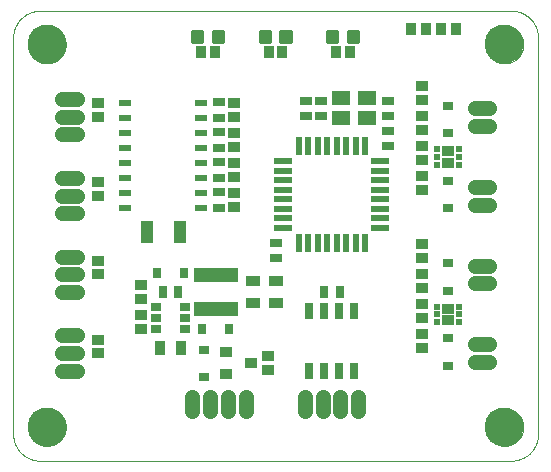
<source format=gts>
G75*
%MOIN*%
%OFA0B0*%
%FSLAX25Y25*%
%IPPOS*%
%LPD*%
%AMOC8*
5,1,8,0,0,1.08239X$1,22.5*
%
%ADD10C,0.00000*%
%ADD11C,0.12998*%
%ADD12R,0.03943X0.03746*%
%ADD13R,0.14967X0.05124*%
%ADD14R,0.03156X0.03943*%
%ADD15R,0.03550X0.05124*%
%ADD16R,0.05124X0.03550*%
%ADD17R,0.02880X0.03668*%
%ADD18C,0.01301*%
%ADD19R,0.03746X0.03943*%
%ADD20R,0.02900X0.05400*%
%ADD21R,0.03550X0.02880*%
%ADD22R,0.03943X0.03550*%
%ADD23R,0.03668X0.02880*%
%ADD24R,0.04337X0.03550*%
%ADD25R,0.02054X0.02054*%
%ADD26C,0.05156*%
%ADD27R,0.03600X0.03900*%
%ADD28R,0.02369X0.06109*%
%ADD29R,0.06109X0.02369*%
%ADD30R,0.03943X0.03156*%
%ADD31R,0.05912X0.05124*%
%ADD32R,0.04337X0.02369*%
%ADD33R,0.04337X0.07487*%
D10*
X0079000Y0097500D02*
X0236000Y0097500D01*
X0236217Y0097503D01*
X0236435Y0097511D01*
X0236652Y0097524D01*
X0236869Y0097542D01*
X0237085Y0097566D01*
X0237300Y0097594D01*
X0237515Y0097628D01*
X0237729Y0097668D01*
X0237942Y0097712D01*
X0238154Y0097762D01*
X0238364Y0097816D01*
X0238574Y0097876D01*
X0238781Y0097940D01*
X0238987Y0098010D01*
X0239191Y0098085D01*
X0239394Y0098164D01*
X0239594Y0098249D01*
X0239793Y0098338D01*
X0239989Y0098432D01*
X0240183Y0098531D01*
X0240374Y0098634D01*
X0240563Y0098742D01*
X0240749Y0098855D01*
X0240932Y0098972D01*
X0241113Y0099093D01*
X0241290Y0099219D01*
X0241464Y0099349D01*
X0241636Y0099483D01*
X0241804Y0099621D01*
X0241968Y0099763D01*
X0242129Y0099910D01*
X0242287Y0100060D01*
X0242440Y0100213D01*
X0242590Y0100371D01*
X0242737Y0100532D01*
X0242879Y0100696D01*
X0243017Y0100864D01*
X0243151Y0101036D01*
X0243281Y0101210D01*
X0243407Y0101387D01*
X0243528Y0101568D01*
X0243645Y0101751D01*
X0243758Y0101937D01*
X0243866Y0102126D01*
X0243969Y0102317D01*
X0244068Y0102511D01*
X0244162Y0102707D01*
X0244251Y0102906D01*
X0244336Y0103106D01*
X0244415Y0103309D01*
X0244490Y0103513D01*
X0244560Y0103719D01*
X0244624Y0103926D01*
X0244684Y0104136D01*
X0244738Y0104346D01*
X0244788Y0104558D01*
X0244832Y0104771D01*
X0244872Y0104985D01*
X0244906Y0105200D01*
X0244934Y0105415D01*
X0244958Y0105631D01*
X0244976Y0105848D01*
X0244989Y0106065D01*
X0244997Y0106283D01*
X0245000Y0106500D01*
X0245000Y0238500D01*
X0244997Y0238717D01*
X0244989Y0238935D01*
X0244976Y0239152D01*
X0244958Y0239369D01*
X0244934Y0239585D01*
X0244906Y0239800D01*
X0244872Y0240015D01*
X0244832Y0240229D01*
X0244788Y0240442D01*
X0244738Y0240654D01*
X0244684Y0240864D01*
X0244624Y0241074D01*
X0244560Y0241281D01*
X0244490Y0241487D01*
X0244415Y0241691D01*
X0244336Y0241894D01*
X0244251Y0242094D01*
X0244162Y0242293D01*
X0244068Y0242489D01*
X0243969Y0242683D01*
X0243866Y0242874D01*
X0243758Y0243063D01*
X0243645Y0243249D01*
X0243528Y0243432D01*
X0243407Y0243613D01*
X0243281Y0243790D01*
X0243151Y0243964D01*
X0243017Y0244136D01*
X0242879Y0244304D01*
X0242737Y0244468D01*
X0242590Y0244629D01*
X0242440Y0244787D01*
X0242287Y0244940D01*
X0242129Y0245090D01*
X0241968Y0245237D01*
X0241804Y0245379D01*
X0241636Y0245517D01*
X0241464Y0245651D01*
X0241290Y0245781D01*
X0241113Y0245907D01*
X0240932Y0246028D01*
X0240749Y0246145D01*
X0240563Y0246258D01*
X0240374Y0246366D01*
X0240183Y0246469D01*
X0239989Y0246568D01*
X0239793Y0246662D01*
X0239594Y0246751D01*
X0239394Y0246836D01*
X0239191Y0246915D01*
X0238987Y0246990D01*
X0238781Y0247060D01*
X0238574Y0247124D01*
X0238364Y0247184D01*
X0238154Y0247238D01*
X0237942Y0247288D01*
X0237729Y0247332D01*
X0237515Y0247372D01*
X0237300Y0247406D01*
X0237085Y0247434D01*
X0236869Y0247458D01*
X0236652Y0247476D01*
X0236435Y0247489D01*
X0236217Y0247497D01*
X0236000Y0247500D01*
X0079000Y0247500D01*
X0078783Y0247497D01*
X0078565Y0247489D01*
X0078348Y0247476D01*
X0078131Y0247458D01*
X0077915Y0247434D01*
X0077700Y0247406D01*
X0077485Y0247372D01*
X0077271Y0247332D01*
X0077058Y0247288D01*
X0076846Y0247238D01*
X0076636Y0247184D01*
X0076426Y0247124D01*
X0076219Y0247060D01*
X0076013Y0246990D01*
X0075809Y0246915D01*
X0075606Y0246836D01*
X0075406Y0246751D01*
X0075207Y0246662D01*
X0075011Y0246568D01*
X0074817Y0246469D01*
X0074626Y0246366D01*
X0074437Y0246258D01*
X0074251Y0246145D01*
X0074068Y0246028D01*
X0073887Y0245907D01*
X0073710Y0245781D01*
X0073536Y0245651D01*
X0073364Y0245517D01*
X0073196Y0245379D01*
X0073032Y0245237D01*
X0072871Y0245090D01*
X0072713Y0244940D01*
X0072560Y0244787D01*
X0072410Y0244629D01*
X0072263Y0244468D01*
X0072121Y0244304D01*
X0071983Y0244136D01*
X0071849Y0243964D01*
X0071719Y0243790D01*
X0071593Y0243613D01*
X0071472Y0243432D01*
X0071355Y0243249D01*
X0071242Y0243063D01*
X0071134Y0242874D01*
X0071031Y0242683D01*
X0070932Y0242489D01*
X0070838Y0242293D01*
X0070749Y0242094D01*
X0070664Y0241894D01*
X0070585Y0241691D01*
X0070510Y0241487D01*
X0070440Y0241281D01*
X0070376Y0241074D01*
X0070316Y0240864D01*
X0070262Y0240654D01*
X0070212Y0240442D01*
X0070168Y0240229D01*
X0070128Y0240015D01*
X0070094Y0239800D01*
X0070066Y0239585D01*
X0070042Y0239369D01*
X0070024Y0239152D01*
X0070011Y0238935D01*
X0070003Y0238717D01*
X0070000Y0238500D01*
X0070000Y0106500D01*
X0070003Y0106283D01*
X0070011Y0106065D01*
X0070024Y0105848D01*
X0070042Y0105631D01*
X0070066Y0105415D01*
X0070094Y0105200D01*
X0070128Y0104985D01*
X0070168Y0104771D01*
X0070212Y0104558D01*
X0070262Y0104346D01*
X0070316Y0104136D01*
X0070376Y0103926D01*
X0070440Y0103719D01*
X0070510Y0103513D01*
X0070585Y0103309D01*
X0070664Y0103106D01*
X0070749Y0102906D01*
X0070838Y0102707D01*
X0070932Y0102511D01*
X0071031Y0102317D01*
X0071134Y0102126D01*
X0071242Y0101937D01*
X0071355Y0101751D01*
X0071472Y0101568D01*
X0071593Y0101387D01*
X0071719Y0101210D01*
X0071849Y0101036D01*
X0071983Y0100864D01*
X0072121Y0100696D01*
X0072263Y0100532D01*
X0072410Y0100371D01*
X0072560Y0100213D01*
X0072713Y0100060D01*
X0072871Y0099910D01*
X0073032Y0099763D01*
X0073196Y0099621D01*
X0073364Y0099483D01*
X0073536Y0099349D01*
X0073710Y0099219D01*
X0073887Y0099093D01*
X0074068Y0098972D01*
X0074251Y0098855D01*
X0074437Y0098742D01*
X0074626Y0098634D01*
X0074817Y0098531D01*
X0075011Y0098432D01*
X0075207Y0098338D01*
X0075406Y0098249D01*
X0075606Y0098164D01*
X0075809Y0098085D01*
X0076013Y0098010D01*
X0076219Y0097940D01*
X0076426Y0097876D01*
X0076636Y0097816D01*
X0076846Y0097762D01*
X0077058Y0097712D01*
X0077271Y0097668D01*
X0077485Y0097628D01*
X0077700Y0097594D01*
X0077915Y0097566D01*
X0078131Y0097542D01*
X0078348Y0097524D01*
X0078565Y0097511D01*
X0078783Y0097503D01*
X0079000Y0097500D01*
X0074951Y0108750D02*
X0074953Y0108908D01*
X0074959Y0109066D01*
X0074969Y0109224D01*
X0074983Y0109382D01*
X0075001Y0109539D01*
X0075022Y0109696D01*
X0075048Y0109852D01*
X0075078Y0110008D01*
X0075111Y0110163D01*
X0075149Y0110316D01*
X0075190Y0110469D01*
X0075235Y0110621D01*
X0075284Y0110772D01*
X0075337Y0110921D01*
X0075393Y0111069D01*
X0075453Y0111215D01*
X0075517Y0111360D01*
X0075585Y0111503D01*
X0075656Y0111645D01*
X0075730Y0111785D01*
X0075808Y0111922D01*
X0075890Y0112058D01*
X0075974Y0112192D01*
X0076063Y0112323D01*
X0076154Y0112452D01*
X0076249Y0112579D01*
X0076346Y0112704D01*
X0076447Y0112826D01*
X0076551Y0112945D01*
X0076658Y0113062D01*
X0076768Y0113176D01*
X0076881Y0113287D01*
X0076996Y0113396D01*
X0077114Y0113501D01*
X0077235Y0113603D01*
X0077358Y0113703D01*
X0077484Y0113799D01*
X0077612Y0113892D01*
X0077742Y0113982D01*
X0077875Y0114068D01*
X0078010Y0114152D01*
X0078146Y0114231D01*
X0078285Y0114308D01*
X0078426Y0114380D01*
X0078568Y0114450D01*
X0078712Y0114515D01*
X0078858Y0114577D01*
X0079005Y0114635D01*
X0079154Y0114690D01*
X0079304Y0114741D01*
X0079455Y0114788D01*
X0079607Y0114831D01*
X0079760Y0114870D01*
X0079915Y0114906D01*
X0080070Y0114937D01*
X0080226Y0114965D01*
X0080382Y0114989D01*
X0080539Y0115009D01*
X0080697Y0115025D01*
X0080854Y0115037D01*
X0081013Y0115045D01*
X0081171Y0115049D01*
X0081329Y0115049D01*
X0081487Y0115045D01*
X0081646Y0115037D01*
X0081803Y0115025D01*
X0081961Y0115009D01*
X0082118Y0114989D01*
X0082274Y0114965D01*
X0082430Y0114937D01*
X0082585Y0114906D01*
X0082740Y0114870D01*
X0082893Y0114831D01*
X0083045Y0114788D01*
X0083196Y0114741D01*
X0083346Y0114690D01*
X0083495Y0114635D01*
X0083642Y0114577D01*
X0083788Y0114515D01*
X0083932Y0114450D01*
X0084074Y0114380D01*
X0084215Y0114308D01*
X0084354Y0114231D01*
X0084490Y0114152D01*
X0084625Y0114068D01*
X0084758Y0113982D01*
X0084888Y0113892D01*
X0085016Y0113799D01*
X0085142Y0113703D01*
X0085265Y0113603D01*
X0085386Y0113501D01*
X0085504Y0113396D01*
X0085619Y0113287D01*
X0085732Y0113176D01*
X0085842Y0113062D01*
X0085949Y0112945D01*
X0086053Y0112826D01*
X0086154Y0112704D01*
X0086251Y0112579D01*
X0086346Y0112452D01*
X0086437Y0112323D01*
X0086526Y0112192D01*
X0086610Y0112058D01*
X0086692Y0111922D01*
X0086770Y0111785D01*
X0086844Y0111645D01*
X0086915Y0111503D01*
X0086983Y0111360D01*
X0087047Y0111215D01*
X0087107Y0111069D01*
X0087163Y0110921D01*
X0087216Y0110772D01*
X0087265Y0110621D01*
X0087310Y0110469D01*
X0087351Y0110316D01*
X0087389Y0110163D01*
X0087422Y0110008D01*
X0087452Y0109852D01*
X0087478Y0109696D01*
X0087499Y0109539D01*
X0087517Y0109382D01*
X0087531Y0109224D01*
X0087541Y0109066D01*
X0087547Y0108908D01*
X0087549Y0108750D01*
X0087547Y0108592D01*
X0087541Y0108434D01*
X0087531Y0108276D01*
X0087517Y0108118D01*
X0087499Y0107961D01*
X0087478Y0107804D01*
X0087452Y0107648D01*
X0087422Y0107492D01*
X0087389Y0107337D01*
X0087351Y0107184D01*
X0087310Y0107031D01*
X0087265Y0106879D01*
X0087216Y0106728D01*
X0087163Y0106579D01*
X0087107Y0106431D01*
X0087047Y0106285D01*
X0086983Y0106140D01*
X0086915Y0105997D01*
X0086844Y0105855D01*
X0086770Y0105715D01*
X0086692Y0105578D01*
X0086610Y0105442D01*
X0086526Y0105308D01*
X0086437Y0105177D01*
X0086346Y0105048D01*
X0086251Y0104921D01*
X0086154Y0104796D01*
X0086053Y0104674D01*
X0085949Y0104555D01*
X0085842Y0104438D01*
X0085732Y0104324D01*
X0085619Y0104213D01*
X0085504Y0104104D01*
X0085386Y0103999D01*
X0085265Y0103897D01*
X0085142Y0103797D01*
X0085016Y0103701D01*
X0084888Y0103608D01*
X0084758Y0103518D01*
X0084625Y0103432D01*
X0084490Y0103348D01*
X0084354Y0103269D01*
X0084215Y0103192D01*
X0084074Y0103120D01*
X0083932Y0103050D01*
X0083788Y0102985D01*
X0083642Y0102923D01*
X0083495Y0102865D01*
X0083346Y0102810D01*
X0083196Y0102759D01*
X0083045Y0102712D01*
X0082893Y0102669D01*
X0082740Y0102630D01*
X0082585Y0102594D01*
X0082430Y0102563D01*
X0082274Y0102535D01*
X0082118Y0102511D01*
X0081961Y0102491D01*
X0081803Y0102475D01*
X0081646Y0102463D01*
X0081487Y0102455D01*
X0081329Y0102451D01*
X0081171Y0102451D01*
X0081013Y0102455D01*
X0080854Y0102463D01*
X0080697Y0102475D01*
X0080539Y0102491D01*
X0080382Y0102511D01*
X0080226Y0102535D01*
X0080070Y0102563D01*
X0079915Y0102594D01*
X0079760Y0102630D01*
X0079607Y0102669D01*
X0079455Y0102712D01*
X0079304Y0102759D01*
X0079154Y0102810D01*
X0079005Y0102865D01*
X0078858Y0102923D01*
X0078712Y0102985D01*
X0078568Y0103050D01*
X0078426Y0103120D01*
X0078285Y0103192D01*
X0078146Y0103269D01*
X0078010Y0103348D01*
X0077875Y0103432D01*
X0077742Y0103518D01*
X0077612Y0103608D01*
X0077484Y0103701D01*
X0077358Y0103797D01*
X0077235Y0103897D01*
X0077114Y0103999D01*
X0076996Y0104104D01*
X0076881Y0104213D01*
X0076768Y0104324D01*
X0076658Y0104438D01*
X0076551Y0104555D01*
X0076447Y0104674D01*
X0076346Y0104796D01*
X0076249Y0104921D01*
X0076154Y0105048D01*
X0076063Y0105177D01*
X0075974Y0105308D01*
X0075890Y0105442D01*
X0075808Y0105578D01*
X0075730Y0105715D01*
X0075656Y0105855D01*
X0075585Y0105997D01*
X0075517Y0106140D01*
X0075453Y0106285D01*
X0075393Y0106431D01*
X0075337Y0106579D01*
X0075284Y0106728D01*
X0075235Y0106879D01*
X0075190Y0107031D01*
X0075149Y0107184D01*
X0075111Y0107337D01*
X0075078Y0107492D01*
X0075048Y0107648D01*
X0075022Y0107804D01*
X0075001Y0107961D01*
X0074983Y0108118D01*
X0074969Y0108276D01*
X0074959Y0108434D01*
X0074953Y0108592D01*
X0074951Y0108750D01*
X0074951Y0236250D02*
X0074953Y0236408D01*
X0074959Y0236566D01*
X0074969Y0236724D01*
X0074983Y0236882D01*
X0075001Y0237039D01*
X0075022Y0237196D01*
X0075048Y0237352D01*
X0075078Y0237508D01*
X0075111Y0237663D01*
X0075149Y0237816D01*
X0075190Y0237969D01*
X0075235Y0238121D01*
X0075284Y0238272D01*
X0075337Y0238421D01*
X0075393Y0238569D01*
X0075453Y0238715D01*
X0075517Y0238860D01*
X0075585Y0239003D01*
X0075656Y0239145D01*
X0075730Y0239285D01*
X0075808Y0239422D01*
X0075890Y0239558D01*
X0075974Y0239692D01*
X0076063Y0239823D01*
X0076154Y0239952D01*
X0076249Y0240079D01*
X0076346Y0240204D01*
X0076447Y0240326D01*
X0076551Y0240445D01*
X0076658Y0240562D01*
X0076768Y0240676D01*
X0076881Y0240787D01*
X0076996Y0240896D01*
X0077114Y0241001D01*
X0077235Y0241103D01*
X0077358Y0241203D01*
X0077484Y0241299D01*
X0077612Y0241392D01*
X0077742Y0241482D01*
X0077875Y0241568D01*
X0078010Y0241652D01*
X0078146Y0241731D01*
X0078285Y0241808D01*
X0078426Y0241880D01*
X0078568Y0241950D01*
X0078712Y0242015D01*
X0078858Y0242077D01*
X0079005Y0242135D01*
X0079154Y0242190D01*
X0079304Y0242241D01*
X0079455Y0242288D01*
X0079607Y0242331D01*
X0079760Y0242370D01*
X0079915Y0242406D01*
X0080070Y0242437D01*
X0080226Y0242465D01*
X0080382Y0242489D01*
X0080539Y0242509D01*
X0080697Y0242525D01*
X0080854Y0242537D01*
X0081013Y0242545D01*
X0081171Y0242549D01*
X0081329Y0242549D01*
X0081487Y0242545D01*
X0081646Y0242537D01*
X0081803Y0242525D01*
X0081961Y0242509D01*
X0082118Y0242489D01*
X0082274Y0242465D01*
X0082430Y0242437D01*
X0082585Y0242406D01*
X0082740Y0242370D01*
X0082893Y0242331D01*
X0083045Y0242288D01*
X0083196Y0242241D01*
X0083346Y0242190D01*
X0083495Y0242135D01*
X0083642Y0242077D01*
X0083788Y0242015D01*
X0083932Y0241950D01*
X0084074Y0241880D01*
X0084215Y0241808D01*
X0084354Y0241731D01*
X0084490Y0241652D01*
X0084625Y0241568D01*
X0084758Y0241482D01*
X0084888Y0241392D01*
X0085016Y0241299D01*
X0085142Y0241203D01*
X0085265Y0241103D01*
X0085386Y0241001D01*
X0085504Y0240896D01*
X0085619Y0240787D01*
X0085732Y0240676D01*
X0085842Y0240562D01*
X0085949Y0240445D01*
X0086053Y0240326D01*
X0086154Y0240204D01*
X0086251Y0240079D01*
X0086346Y0239952D01*
X0086437Y0239823D01*
X0086526Y0239692D01*
X0086610Y0239558D01*
X0086692Y0239422D01*
X0086770Y0239285D01*
X0086844Y0239145D01*
X0086915Y0239003D01*
X0086983Y0238860D01*
X0087047Y0238715D01*
X0087107Y0238569D01*
X0087163Y0238421D01*
X0087216Y0238272D01*
X0087265Y0238121D01*
X0087310Y0237969D01*
X0087351Y0237816D01*
X0087389Y0237663D01*
X0087422Y0237508D01*
X0087452Y0237352D01*
X0087478Y0237196D01*
X0087499Y0237039D01*
X0087517Y0236882D01*
X0087531Y0236724D01*
X0087541Y0236566D01*
X0087547Y0236408D01*
X0087549Y0236250D01*
X0087547Y0236092D01*
X0087541Y0235934D01*
X0087531Y0235776D01*
X0087517Y0235618D01*
X0087499Y0235461D01*
X0087478Y0235304D01*
X0087452Y0235148D01*
X0087422Y0234992D01*
X0087389Y0234837D01*
X0087351Y0234684D01*
X0087310Y0234531D01*
X0087265Y0234379D01*
X0087216Y0234228D01*
X0087163Y0234079D01*
X0087107Y0233931D01*
X0087047Y0233785D01*
X0086983Y0233640D01*
X0086915Y0233497D01*
X0086844Y0233355D01*
X0086770Y0233215D01*
X0086692Y0233078D01*
X0086610Y0232942D01*
X0086526Y0232808D01*
X0086437Y0232677D01*
X0086346Y0232548D01*
X0086251Y0232421D01*
X0086154Y0232296D01*
X0086053Y0232174D01*
X0085949Y0232055D01*
X0085842Y0231938D01*
X0085732Y0231824D01*
X0085619Y0231713D01*
X0085504Y0231604D01*
X0085386Y0231499D01*
X0085265Y0231397D01*
X0085142Y0231297D01*
X0085016Y0231201D01*
X0084888Y0231108D01*
X0084758Y0231018D01*
X0084625Y0230932D01*
X0084490Y0230848D01*
X0084354Y0230769D01*
X0084215Y0230692D01*
X0084074Y0230620D01*
X0083932Y0230550D01*
X0083788Y0230485D01*
X0083642Y0230423D01*
X0083495Y0230365D01*
X0083346Y0230310D01*
X0083196Y0230259D01*
X0083045Y0230212D01*
X0082893Y0230169D01*
X0082740Y0230130D01*
X0082585Y0230094D01*
X0082430Y0230063D01*
X0082274Y0230035D01*
X0082118Y0230011D01*
X0081961Y0229991D01*
X0081803Y0229975D01*
X0081646Y0229963D01*
X0081487Y0229955D01*
X0081329Y0229951D01*
X0081171Y0229951D01*
X0081013Y0229955D01*
X0080854Y0229963D01*
X0080697Y0229975D01*
X0080539Y0229991D01*
X0080382Y0230011D01*
X0080226Y0230035D01*
X0080070Y0230063D01*
X0079915Y0230094D01*
X0079760Y0230130D01*
X0079607Y0230169D01*
X0079455Y0230212D01*
X0079304Y0230259D01*
X0079154Y0230310D01*
X0079005Y0230365D01*
X0078858Y0230423D01*
X0078712Y0230485D01*
X0078568Y0230550D01*
X0078426Y0230620D01*
X0078285Y0230692D01*
X0078146Y0230769D01*
X0078010Y0230848D01*
X0077875Y0230932D01*
X0077742Y0231018D01*
X0077612Y0231108D01*
X0077484Y0231201D01*
X0077358Y0231297D01*
X0077235Y0231397D01*
X0077114Y0231499D01*
X0076996Y0231604D01*
X0076881Y0231713D01*
X0076768Y0231824D01*
X0076658Y0231938D01*
X0076551Y0232055D01*
X0076447Y0232174D01*
X0076346Y0232296D01*
X0076249Y0232421D01*
X0076154Y0232548D01*
X0076063Y0232677D01*
X0075974Y0232808D01*
X0075890Y0232942D01*
X0075808Y0233078D01*
X0075730Y0233215D01*
X0075656Y0233355D01*
X0075585Y0233497D01*
X0075517Y0233640D01*
X0075453Y0233785D01*
X0075393Y0233931D01*
X0075337Y0234079D01*
X0075284Y0234228D01*
X0075235Y0234379D01*
X0075190Y0234531D01*
X0075149Y0234684D01*
X0075111Y0234837D01*
X0075078Y0234992D01*
X0075048Y0235148D01*
X0075022Y0235304D01*
X0075001Y0235461D01*
X0074983Y0235618D01*
X0074969Y0235776D01*
X0074959Y0235934D01*
X0074953Y0236092D01*
X0074951Y0236250D01*
X0227451Y0236250D02*
X0227453Y0236408D01*
X0227459Y0236566D01*
X0227469Y0236724D01*
X0227483Y0236882D01*
X0227501Y0237039D01*
X0227522Y0237196D01*
X0227548Y0237352D01*
X0227578Y0237508D01*
X0227611Y0237663D01*
X0227649Y0237816D01*
X0227690Y0237969D01*
X0227735Y0238121D01*
X0227784Y0238272D01*
X0227837Y0238421D01*
X0227893Y0238569D01*
X0227953Y0238715D01*
X0228017Y0238860D01*
X0228085Y0239003D01*
X0228156Y0239145D01*
X0228230Y0239285D01*
X0228308Y0239422D01*
X0228390Y0239558D01*
X0228474Y0239692D01*
X0228563Y0239823D01*
X0228654Y0239952D01*
X0228749Y0240079D01*
X0228846Y0240204D01*
X0228947Y0240326D01*
X0229051Y0240445D01*
X0229158Y0240562D01*
X0229268Y0240676D01*
X0229381Y0240787D01*
X0229496Y0240896D01*
X0229614Y0241001D01*
X0229735Y0241103D01*
X0229858Y0241203D01*
X0229984Y0241299D01*
X0230112Y0241392D01*
X0230242Y0241482D01*
X0230375Y0241568D01*
X0230510Y0241652D01*
X0230646Y0241731D01*
X0230785Y0241808D01*
X0230926Y0241880D01*
X0231068Y0241950D01*
X0231212Y0242015D01*
X0231358Y0242077D01*
X0231505Y0242135D01*
X0231654Y0242190D01*
X0231804Y0242241D01*
X0231955Y0242288D01*
X0232107Y0242331D01*
X0232260Y0242370D01*
X0232415Y0242406D01*
X0232570Y0242437D01*
X0232726Y0242465D01*
X0232882Y0242489D01*
X0233039Y0242509D01*
X0233197Y0242525D01*
X0233354Y0242537D01*
X0233513Y0242545D01*
X0233671Y0242549D01*
X0233829Y0242549D01*
X0233987Y0242545D01*
X0234146Y0242537D01*
X0234303Y0242525D01*
X0234461Y0242509D01*
X0234618Y0242489D01*
X0234774Y0242465D01*
X0234930Y0242437D01*
X0235085Y0242406D01*
X0235240Y0242370D01*
X0235393Y0242331D01*
X0235545Y0242288D01*
X0235696Y0242241D01*
X0235846Y0242190D01*
X0235995Y0242135D01*
X0236142Y0242077D01*
X0236288Y0242015D01*
X0236432Y0241950D01*
X0236574Y0241880D01*
X0236715Y0241808D01*
X0236854Y0241731D01*
X0236990Y0241652D01*
X0237125Y0241568D01*
X0237258Y0241482D01*
X0237388Y0241392D01*
X0237516Y0241299D01*
X0237642Y0241203D01*
X0237765Y0241103D01*
X0237886Y0241001D01*
X0238004Y0240896D01*
X0238119Y0240787D01*
X0238232Y0240676D01*
X0238342Y0240562D01*
X0238449Y0240445D01*
X0238553Y0240326D01*
X0238654Y0240204D01*
X0238751Y0240079D01*
X0238846Y0239952D01*
X0238937Y0239823D01*
X0239026Y0239692D01*
X0239110Y0239558D01*
X0239192Y0239422D01*
X0239270Y0239285D01*
X0239344Y0239145D01*
X0239415Y0239003D01*
X0239483Y0238860D01*
X0239547Y0238715D01*
X0239607Y0238569D01*
X0239663Y0238421D01*
X0239716Y0238272D01*
X0239765Y0238121D01*
X0239810Y0237969D01*
X0239851Y0237816D01*
X0239889Y0237663D01*
X0239922Y0237508D01*
X0239952Y0237352D01*
X0239978Y0237196D01*
X0239999Y0237039D01*
X0240017Y0236882D01*
X0240031Y0236724D01*
X0240041Y0236566D01*
X0240047Y0236408D01*
X0240049Y0236250D01*
X0240047Y0236092D01*
X0240041Y0235934D01*
X0240031Y0235776D01*
X0240017Y0235618D01*
X0239999Y0235461D01*
X0239978Y0235304D01*
X0239952Y0235148D01*
X0239922Y0234992D01*
X0239889Y0234837D01*
X0239851Y0234684D01*
X0239810Y0234531D01*
X0239765Y0234379D01*
X0239716Y0234228D01*
X0239663Y0234079D01*
X0239607Y0233931D01*
X0239547Y0233785D01*
X0239483Y0233640D01*
X0239415Y0233497D01*
X0239344Y0233355D01*
X0239270Y0233215D01*
X0239192Y0233078D01*
X0239110Y0232942D01*
X0239026Y0232808D01*
X0238937Y0232677D01*
X0238846Y0232548D01*
X0238751Y0232421D01*
X0238654Y0232296D01*
X0238553Y0232174D01*
X0238449Y0232055D01*
X0238342Y0231938D01*
X0238232Y0231824D01*
X0238119Y0231713D01*
X0238004Y0231604D01*
X0237886Y0231499D01*
X0237765Y0231397D01*
X0237642Y0231297D01*
X0237516Y0231201D01*
X0237388Y0231108D01*
X0237258Y0231018D01*
X0237125Y0230932D01*
X0236990Y0230848D01*
X0236854Y0230769D01*
X0236715Y0230692D01*
X0236574Y0230620D01*
X0236432Y0230550D01*
X0236288Y0230485D01*
X0236142Y0230423D01*
X0235995Y0230365D01*
X0235846Y0230310D01*
X0235696Y0230259D01*
X0235545Y0230212D01*
X0235393Y0230169D01*
X0235240Y0230130D01*
X0235085Y0230094D01*
X0234930Y0230063D01*
X0234774Y0230035D01*
X0234618Y0230011D01*
X0234461Y0229991D01*
X0234303Y0229975D01*
X0234146Y0229963D01*
X0233987Y0229955D01*
X0233829Y0229951D01*
X0233671Y0229951D01*
X0233513Y0229955D01*
X0233354Y0229963D01*
X0233197Y0229975D01*
X0233039Y0229991D01*
X0232882Y0230011D01*
X0232726Y0230035D01*
X0232570Y0230063D01*
X0232415Y0230094D01*
X0232260Y0230130D01*
X0232107Y0230169D01*
X0231955Y0230212D01*
X0231804Y0230259D01*
X0231654Y0230310D01*
X0231505Y0230365D01*
X0231358Y0230423D01*
X0231212Y0230485D01*
X0231068Y0230550D01*
X0230926Y0230620D01*
X0230785Y0230692D01*
X0230646Y0230769D01*
X0230510Y0230848D01*
X0230375Y0230932D01*
X0230242Y0231018D01*
X0230112Y0231108D01*
X0229984Y0231201D01*
X0229858Y0231297D01*
X0229735Y0231397D01*
X0229614Y0231499D01*
X0229496Y0231604D01*
X0229381Y0231713D01*
X0229268Y0231824D01*
X0229158Y0231938D01*
X0229051Y0232055D01*
X0228947Y0232174D01*
X0228846Y0232296D01*
X0228749Y0232421D01*
X0228654Y0232548D01*
X0228563Y0232677D01*
X0228474Y0232808D01*
X0228390Y0232942D01*
X0228308Y0233078D01*
X0228230Y0233215D01*
X0228156Y0233355D01*
X0228085Y0233497D01*
X0228017Y0233640D01*
X0227953Y0233785D01*
X0227893Y0233931D01*
X0227837Y0234079D01*
X0227784Y0234228D01*
X0227735Y0234379D01*
X0227690Y0234531D01*
X0227649Y0234684D01*
X0227611Y0234837D01*
X0227578Y0234992D01*
X0227548Y0235148D01*
X0227522Y0235304D01*
X0227501Y0235461D01*
X0227483Y0235618D01*
X0227469Y0235776D01*
X0227459Y0235934D01*
X0227453Y0236092D01*
X0227451Y0236250D01*
X0227451Y0108750D02*
X0227453Y0108908D01*
X0227459Y0109066D01*
X0227469Y0109224D01*
X0227483Y0109382D01*
X0227501Y0109539D01*
X0227522Y0109696D01*
X0227548Y0109852D01*
X0227578Y0110008D01*
X0227611Y0110163D01*
X0227649Y0110316D01*
X0227690Y0110469D01*
X0227735Y0110621D01*
X0227784Y0110772D01*
X0227837Y0110921D01*
X0227893Y0111069D01*
X0227953Y0111215D01*
X0228017Y0111360D01*
X0228085Y0111503D01*
X0228156Y0111645D01*
X0228230Y0111785D01*
X0228308Y0111922D01*
X0228390Y0112058D01*
X0228474Y0112192D01*
X0228563Y0112323D01*
X0228654Y0112452D01*
X0228749Y0112579D01*
X0228846Y0112704D01*
X0228947Y0112826D01*
X0229051Y0112945D01*
X0229158Y0113062D01*
X0229268Y0113176D01*
X0229381Y0113287D01*
X0229496Y0113396D01*
X0229614Y0113501D01*
X0229735Y0113603D01*
X0229858Y0113703D01*
X0229984Y0113799D01*
X0230112Y0113892D01*
X0230242Y0113982D01*
X0230375Y0114068D01*
X0230510Y0114152D01*
X0230646Y0114231D01*
X0230785Y0114308D01*
X0230926Y0114380D01*
X0231068Y0114450D01*
X0231212Y0114515D01*
X0231358Y0114577D01*
X0231505Y0114635D01*
X0231654Y0114690D01*
X0231804Y0114741D01*
X0231955Y0114788D01*
X0232107Y0114831D01*
X0232260Y0114870D01*
X0232415Y0114906D01*
X0232570Y0114937D01*
X0232726Y0114965D01*
X0232882Y0114989D01*
X0233039Y0115009D01*
X0233197Y0115025D01*
X0233354Y0115037D01*
X0233513Y0115045D01*
X0233671Y0115049D01*
X0233829Y0115049D01*
X0233987Y0115045D01*
X0234146Y0115037D01*
X0234303Y0115025D01*
X0234461Y0115009D01*
X0234618Y0114989D01*
X0234774Y0114965D01*
X0234930Y0114937D01*
X0235085Y0114906D01*
X0235240Y0114870D01*
X0235393Y0114831D01*
X0235545Y0114788D01*
X0235696Y0114741D01*
X0235846Y0114690D01*
X0235995Y0114635D01*
X0236142Y0114577D01*
X0236288Y0114515D01*
X0236432Y0114450D01*
X0236574Y0114380D01*
X0236715Y0114308D01*
X0236854Y0114231D01*
X0236990Y0114152D01*
X0237125Y0114068D01*
X0237258Y0113982D01*
X0237388Y0113892D01*
X0237516Y0113799D01*
X0237642Y0113703D01*
X0237765Y0113603D01*
X0237886Y0113501D01*
X0238004Y0113396D01*
X0238119Y0113287D01*
X0238232Y0113176D01*
X0238342Y0113062D01*
X0238449Y0112945D01*
X0238553Y0112826D01*
X0238654Y0112704D01*
X0238751Y0112579D01*
X0238846Y0112452D01*
X0238937Y0112323D01*
X0239026Y0112192D01*
X0239110Y0112058D01*
X0239192Y0111922D01*
X0239270Y0111785D01*
X0239344Y0111645D01*
X0239415Y0111503D01*
X0239483Y0111360D01*
X0239547Y0111215D01*
X0239607Y0111069D01*
X0239663Y0110921D01*
X0239716Y0110772D01*
X0239765Y0110621D01*
X0239810Y0110469D01*
X0239851Y0110316D01*
X0239889Y0110163D01*
X0239922Y0110008D01*
X0239952Y0109852D01*
X0239978Y0109696D01*
X0239999Y0109539D01*
X0240017Y0109382D01*
X0240031Y0109224D01*
X0240041Y0109066D01*
X0240047Y0108908D01*
X0240049Y0108750D01*
X0240047Y0108592D01*
X0240041Y0108434D01*
X0240031Y0108276D01*
X0240017Y0108118D01*
X0239999Y0107961D01*
X0239978Y0107804D01*
X0239952Y0107648D01*
X0239922Y0107492D01*
X0239889Y0107337D01*
X0239851Y0107184D01*
X0239810Y0107031D01*
X0239765Y0106879D01*
X0239716Y0106728D01*
X0239663Y0106579D01*
X0239607Y0106431D01*
X0239547Y0106285D01*
X0239483Y0106140D01*
X0239415Y0105997D01*
X0239344Y0105855D01*
X0239270Y0105715D01*
X0239192Y0105578D01*
X0239110Y0105442D01*
X0239026Y0105308D01*
X0238937Y0105177D01*
X0238846Y0105048D01*
X0238751Y0104921D01*
X0238654Y0104796D01*
X0238553Y0104674D01*
X0238449Y0104555D01*
X0238342Y0104438D01*
X0238232Y0104324D01*
X0238119Y0104213D01*
X0238004Y0104104D01*
X0237886Y0103999D01*
X0237765Y0103897D01*
X0237642Y0103797D01*
X0237516Y0103701D01*
X0237388Y0103608D01*
X0237258Y0103518D01*
X0237125Y0103432D01*
X0236990Y0103348D01*
X0236854Y0103269D01*
X0236715Y0103192D01*
X0236574Y0103120D01*
X0236432Y0103050D01*
X0236288Y0102985D01*
X0236142Y0102923D01*
X0235995Y0102865D01*
X0235846Y0102810D01*
X0235696Y0102759D01*
X0235545Y0102712D01*
X0235393Y0102669D01*
X0235240Y0102630D01*
X0235085Y0102594D01*
X0234930Y0102563D01*
X0234774Y0102535D01*
X0234618Y0102511D01*
X0234461Y0102491D01*
X0234303Y0102475D01*
X0234146Y0102463D01*
X0233987Y0102455D01*
X0233829Y0102451D01*
X0233671Y0102451D01*
X0233513Y0102455D01*
X0233354Y0102463D01*
X0233197Y0102475D01*
X0233039Y0102491D01*
X0232882Y0102511D01*
X0232726Y0102535D01*
X0232570Y0102563D01*
X0232415Y0102594D01*
X0232260Y0102630D01*
X0232107Y0102669D01*
X0231955Y0102712D01*
X0231804Y0102759D01*
X0231654Y0102810D01*
X0231505Y0102865D01*
X0231358Y0102923D01*
X0231212Y0102985D01*
X0231068Y0103050D01*
X0230926Y0103120D01*
X0230785Y0103192D01*
X0230646Y0103269D01*
X0230510Y0103348D01*
X0230375Y0103432D01*
X0230242Y0103518D01*
X0230112Y0103608D01*
X0229984Y0103701D01*
X0229858Y0103797D01*
X0229735Y0103897D01*
X0229614Y0103999D01*
X0229496Y0104104D01*
X0229381Y0104213D01*
X0229268Y0104324D01*
X0229158Y0104438D01*
X0229051Y0104555D01*
X0228947Y0104674D01*
X0228846Y0104796D01*
X0228749Y0104921D01*
X0228654Y0105048D01*
X0228563Y0105177D01*
X0228474Y0105308D01*
X0228390Y0105442D01*
X0228308Y0105578D01*
X0228230Y0105715D01*
X0228156Y0105855D01*
X0228085Y0105997D01*
X0228017Y0106140D01*
X0227953Y0106285D01*
X0227893Y0106431D01*
X0227837Y0106579D01*
X0227784Y0106728D01*
X0227735Y0106879D01*
X0227690Y0107031D01*
X0227649Y0107184D01*
X0227611Y0107337D01*
X0227578Y0107492D01*
X0227548Y0107648D01*
X0227522Y0107804D01*
X0227501Y0107961D01*
X0227483Y0108118D01*
X0227469Y0108276D01*
X0227459Y0108434D01*
X0227453Y0108592D01*
X0227451Y0108750D01*
D11*
X0233750Y0108750D03*
X0233750Y0236250D03*
X0081250Y0236250D03*
X0081250Y0108750D03*
D12*
X0098125Y0133342D03*
X0098125Y0137908D03*
X0112500Y0141467D03*
X0112500Y0146033D03*
X0112500Y0151467D03*
X0112500Y0156033D03*
X0098125Y0159592D03*
X0098125Y0164158D03*
X0098125Y0185842D03*
X0098125Y0190408D03*
X0098125Y0212092D03*
X0098125Y0216658D03*
X0143750Y0216658D03*
X0143750Y0212092D03*
X0143750Y0206658D03*
X0143750Y0202092D03*
X0143750Y0196658D03*
X0143750Y0192092D03*
X0143750Y0186658D03*
X0143750Y0182092D03*
X0155000Y0132283D03*
X0155000Y0127717D03*
X0206250Y0135217D03*
X0206250Y0139783D03*
X0206250Y0145217D03*
X0206250Y0149783D03*
X0206250Y0155217D03*
X0206250Y0159783D03*
X0206250Y0165217D03*
X0206250Y0169783D03*
X0206250Y0187717D03*
X0206250Y0192283D03*
X0206250Y0197717D03*
X0206250Y0202283D03*
X0206250Y0207717D03*
X0206250Y0212283D03*
X0206250Y0217717D03*
X0206250Y0222283D03*
D13*
X0137500Y0159262D03*
X0137500Y0148238D03*
D14*
X0125059Y0153750D03*
X0119941Y0153750D03*
X0173691Y0153750D03*
X0178809Y0153750D03*
D15*
X0126043Y0135000D03*
X0118957Y0135000D03*
D16*
X0150000Y0150207D03*
X0150000Y0157293D03*
X0157500Y0157293D03*
X0157500Y0150207D03*
D17*
X0142028Y0141250D03*
X0132972Y0141250D03*
X0127028Y0160000D03*
X0117972Y0160000D03*
D18*
X0133065Y0237232D02*
X0133065Y0240268D01*
X0133065Y0237232D02*
X0130029Y0237232D01*
X0130029Y0240268D01*
X0133065Y0240268D01*
X0133065Y0238532D02*
X0130029Y0238532D01*
X0130029Y0239832D02*
X0133065Y0239832D01*
X0139971Y0240268D02*
X0139971Y0237232D01*
X0136935Y0237232D01*
X0136935Y0240268D01*
X0139971Y0240268D01*
X0139971Y0238532D02*
X0136935Y0238532D01*
X0136935Y0239832D02*
X0139971Y0239832D01*
X0155565Y0240268D02*
X0155565Y0237232D01*
X0152529Y0237232D01*
X0152529Y0240268D01*
X0155565Y0240268D01*
X0155565Y0238532D02*
X0152529Y0238532D01*
X0152529Y0239832D02*
X0155565Y0239832D01*
X0162471Y0240268D02*
X0162471Y0237232D01*
X0159435Y0237232D01*
X0159435Y0240268D01*
X0162471Y0240268D01*
X0162471Y0238532D02*
X0159435Y0238532D01*
X0159435Y0239832D02*
X0162471Y0239832D01*
X0178065Y0240268D02*
X0178065Y0237232D01*
X0175029Y0237232D01*
X0175029Y0240268D01*
X0178065Y0240268D01*
X0178065Y0238532D02*
X0175029Y0238532D01*
X0175029Y0239832D02*
X0178065Y0239832D01*
X0184971Y0240268D02*
X0184971Y0237232D01*
X0181935Y0237232D01*
X0181935Y0240268D01*
X0184971Y0240268D01*
X0184971Y0238532D02*
X0181935Y0238532D01*
X0181935Y0239832D02*
X0184971Y0239832D01*
D19*
X0182283Y0233750D03*
X0177717Y0233750D03*
X0159783Y0233750D03*
X0155217Y0233750D03*
X0137283Y0233750D03*
X0132717Y0233750D03*
D20*
X0168750Y0147500D03*
X0173750Y0147500D03*
X0178750Y0147500D03*
X0183750Y0147500D03*
X0183750Y0127500D03*
X0178750Y0127500D03*
X0173750Y0127500D03*
X0168750Y0127500D03*
D21*
X0127224Y0141260D03*
X0127224Y0145000D03*
X0127224Y0148740D03*
X0117776Y0148740D03*
X0117776Y0145000D03*
X0117776Y0141260D03*
D22*
X0141063Y0133740D03*
X0141063Y0126260D03*
X0149331Y0130000D03*
D23*
X0133750Y0125472D03*
X0133750Y0134528D03*
X0215000Y0138278D03*
X0215000Y0129222D03*
X0215000Y0154222D03*
X0215000Y0163278D03*
X0215000Y0181722D03*
X0215000Y0190778D03*
X0215000Y0206722D03*
X0215000Y0215778D03*
D24*
X0215000Y0200719D03*
X0215000Y0196781D03*
X0215000Y0148219D03*
X0215000Y0144281D03*
D25*
X0211398Y0143691D03*
X0211398Y0146250D03*
X0211398Y0148809D03*
X0218602Y0148809D03*
X0218602Y0146250D03*
X0218602Y0143691D03*
X0218602Y0196191D03*
X0218602Y0198750D03*
X0218602Y0201309D03*
X0211398Y0201309D03*
X0211398Y0198750D03*
X0211398Y0196191D03*
D26*
X0223793Y0188750D02*
X0228549Y0188750D01*
X0228549Y0182844D02*
X0223793Y0182844D01*
X0223793Y0162500D02*
X0228549Y0162500D01*
X0228549Y0156594D02*
X0223793Y0156594D01*
X0223793Y0136250D02*
X0228549Y0136250D01*
X0228549Y0130344D02*
X0223793Y0130344D01*
X0185000Y0118707D02*
X0185000Y0113951D01*
X0179094Y0113951D02*
X0179094Y0118707D01*
X0173189Y0118707D02*
X0173189Y0113951D01*
X0167283Y0113951D02*
X0167283Y0118707D01*
X0147500Y0118707D02*
X0147500Y0113951D01*
X0141594Y0113951D02*
X0141594Y0118707D01*
X0135689Y0118707D02*
X0135689Y0113951D01*
X0129783Y0113951D02*
X0129783Y0118707D01*
X0091207Y0127500D02*
X0086451Y0127500D01*
X0086451Y0133406D02*
X0091207Y0133406D01*
X0091207Y0139311D02*
X0086451Y0139311D01*
X0086451Y0153750D02*
X0091207Y0153750D01*
X0091207Y0159656D02*
X0086451Y0159656D01*
X0086451Y0165561D02*
X0091207Y0165561D01*
X0091207Y0180000D02*
X0086451Y0180000D01*
X0086451Y0185906D02*
X0091207Y0185906D01*
X0091207Y0191811D02*
X0086451Y0191811D01*
X0086451Y0206250D02*
X0091207Y0206250D01*
X0091207Y0212156D02*
X0086451Y0212156D01*
X0086451Y0218061D02*
X0091207Y0218061D01*
X0223793Y0215000D02*
X0228549Y0215000D01*
X0228549Y0209094D02*
X0223793Y0209094D01*
D27*
X0217500Y0241250D03*
X0212500Y0241250D03*
X0207500Y0241250D03*
X0202500Y0241250D03*
D28*
X0187274Y0202392D03*
X0184124Y0202392D03*
X0180974Y0202392D03*
X0177825Y0202392D03*
X0174675Y0202392D03*
X0171526Y0202392D03*
X0168376Y0202392D03*
X0165226Y0202392D03*
X0165226Y0170108D03*
X0168376Y0170108D03*
X0171526Y0170108D03*
X0174675Y0170108D03*
X0177825Y0170108D03*
X0180974Y0170108D03*
X0184124Y0170108D03*
X0187274Y0170108D03*
D29*
X0192392Y0175226D03*
X0192392Y0178376D03*
X0192392Y0181526D03*
X0192392Y0184675D03*
X0192392Y0187825D03*
X0192392Y0190974D03*
X0192392Y0194124D03*
X0192392Y0197274D03*
X0160108Y0197274D03*
X0160108Y0194124D03*
X0160108Y0190974D03*
X0160108Y0187825D03*
X0160108Y0184675D03*
X0160108Y0181526D03*
X0160108Y0178376D03*
X0160108Y0175226D03*
D30*
X0157500Y0170059D03*
X0157500Y0164941D03*
X0138750Y0181816D03*
X0138750Y0186934D03*
X0138750Y0191816D03*
X0138750Y0196934D03*
X0138750Y0201816D03*
X0138750Y0206934D03*
X0138750Y0211816D03*
X0138750Y0216934D03*
X0167500Y0217559D03*
X0172500Y0217559D03*
X0172500Y0212441D03*
X0167500Y0212441D03*
X0195000Y0212441D03*
X0195000Y0207559D03*
X0195000Y0202441D03*
X0195000Y0217559D03*
D31*
X0188081Y0218346D03*
X0188081Y0211654D03*
X0179419Y0211654D03*
X0179419Y0218346D03*
D32*
X0132756Y0216875D03*
X0132756Y0211875D03*
X0132756Y0206875D03*
X0132756Y0201875D03*
X0132756Y0196875D03*
X0132756Y0191875D03*
X0132756Y0186875D03*
X0132756Y0181875D03*
X0107244Y0181875D03*
X0107244Y0186875D03*
X0107244Y0191875D03*
X0107244Y0196875D03*
X0107244Y0201875D03*
X0107244Y0206875D03*
X0107244Y0211875D03*
X0107244Y0216875D03*
D33*
X0114488Y0173750D03*
X0125512Y0173750D03*
M02*

</source>
